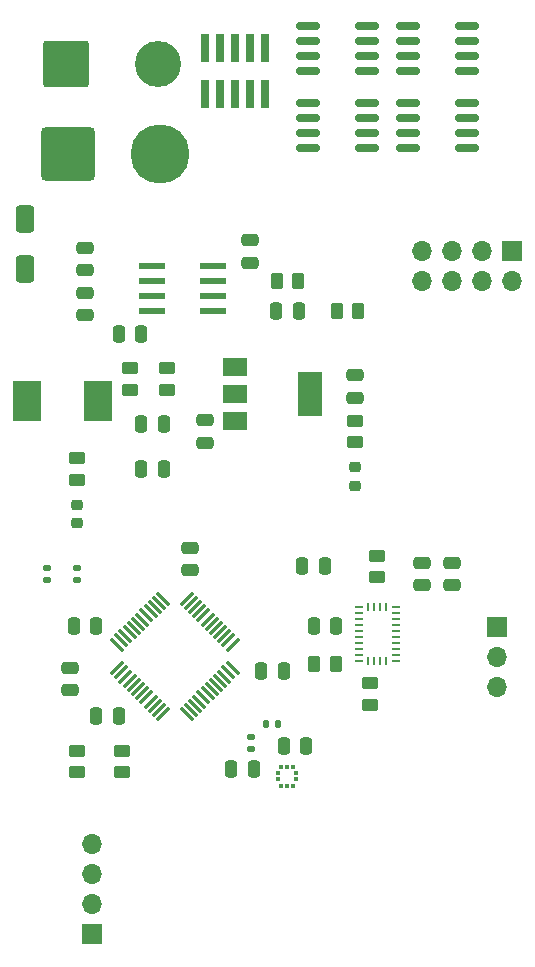
<source format=gts>
%TF.GenerationSoftware,KiCad,Pcbnew,7.0.2*%
%TF.CreationDate,2023-07-26T12:22:01-04:00*%
%TF.ProjectId,avc-computer,6176632d-636f-46d7-9075-7465722e6b69,rev?*%
%TF.SameCoordinates,Original*%
%TF.FileFunction,Soldermask,Top*%
%TF.FilePolarity,Negative*%
%FSLAX46Y46*%
G04 Gerber Fmt 4.6, Leading zero omitted, Abs format (unit mm)*
G04 Created by KiCad (PCBNEW 7.0.2) date 2023-07-26 12:22:01*
%MOMM*%
%LPD*%
G01*
G04 APERTURE LIST*
G04 Aperture macros list*
%AMRoundRect*
0 Rectangle with rounded corners*
0 $1 Rounding radius*
0 $2 $3 $4 $5 $6 $7 $8 $9 X,Y pos of 4 corners*
0 Add a 4 corners polygon primitive as box body*
4,1,4,$2,$3,$4,$5,$6,$7,$8,$9,$2,$3,0*
0 Add four circle primitives for the rounded corners*
1,1,$1+$1,$2,$3*
1,1,$1+$1,$4,$5*
1,1,$1+$1,$6,$7*
1,1,$1+$1,$8,$9*
0 Add four rect primitives between the rounded corners*
20,1,$1+$1,$2,$3,$4,$5,0*
20,1,$1+$1,$4,$5,$6,$7,0*
20,1,$1+$1,$6,$7,$8,$9,0*
20,1,$1+$1,$8,$9,$2,$3,0*%
G04 Aperture macros list end*
%ADD10RoundRect,0.250000X-0.250000X-0.475000X0.250000X-0.475000X0.250000X0.475000X-0.250000X0.475000X0*%
%ADD11R,0.740000X2.400000*%
%ADD12RoundRect,0.250002X-1.699998X-1.699998X1.699998X-1.699998X1.699998X1.699998X-1.699998X1.699998X0*%
%ADD13C,3.900000*%
%ADD14RoundRect,0.250000X0.250000X0.475000X-0.250000X0.475000X-0.250000X-0.475000X0.250000X-0.475000X0*%
%ADD15R,1.700000X1.700000*%
%ADD16O,1.700000X1.700000*%
%ADD17RoundRect,0.250000X0.450000X-0.262500X0.450000X0.262500X-0.450000X0.262500X-0.450000X-0.262500X0*%
%ADD18RoundRect,0.250000X-0.475000X0.250000X-0.475000X-0.250000X0.475000X-0.250000X0.475000X0.250000X0*%
%ADD19RoundRect,0.250000X0.262500X0.450000X-0.262500X0.450000X-0.262500X-0.450000X0.262500X-0.450000X0*%
%ADD20RoundRect,0.135000X0.185000X-0.135000X0.185000X0.135000X-0.185000X0.135000X-0.185000X-0.135000X0*%
%ADD21RoundRect,0.250000X0.475000X-0.250000X0.475000X0.250000X-0.475000X0.250000X-0.475000X-0.250000X0*%
%ADD22RoundRect,0.218750X0.256250X-0.218750X0.256250X0.218750X-0.256250X0.218750X-0.256250X-0.218750X0*%
%ADD23RoundRect,0.250000X-0.450000X0.262500X-0.450000X-0.262500X0.450000X-0.262500X0.450000X0.262500X0*%
%ADD24R,2.200000X0.600000*%
%ADD25RoundRect,0.150000X-0.825000X-0.150000X0.825000X-0.150000X0.825000X0.150000X-0.825000X0.150000X0*%
%ADD26RoundRect,0.294500X0.480500X-0.870500X0.480500X0.870500X-0.480500X0.870500X-0.480500X-0.870500X0*%
%ADD27RoundRect,0.075000X-0.415425X-0.521491X0.521491X0.415425X0.415425X0.521491X-0.521491X-0.415425X0*%
%ADD28RoundRect,0.075000X0.415425X-0.521491X0.521491X-0.415425X-0.415425X0.521491X-0.521491X0.415425X0*%
%ADD29R,2.000000X1.500000*%
%ADD30R,2.000000X3.800000*%
%ADD31R,0.675000X0.250000*%
%ADD32R,0.250000X0.675000*%
%ADD33RoundRect,0.288464X-1.961536X-1.961536X1.961536X-1.961536X1.961536X1.961536X-1.961536X1.961536X0*%
%ADD34C,5.000000*%
%ADD35R,2.350000X3.500000*%
%ADD36RoundRect,0.135000X-0.135000X-0.185000X0.135000X-0.185000X0.135000X0.185000X-0.135000X0.185000X0*%
%ADD37R,0.325000X0.300000*%
%ADD38R,0.300000X0.325000*%
G04 APERTURE END LIST*
D10*
%TO.C,C6*%
X123830000Y-103505000D03*
X125730000Y-103505000D03*
%TD*%
D11*
%TO.C,J1*%
X120650000Y-59645000D03*
X120650000Y-63545000D03*
X119380000Y-59645000D03*
X119380000Y-63545000D03*
X118110000Y-59645000D03*
X118110000Y-63545000D03*
X116840000Y-59645000D03*
X116840000Y-63545000D03*
X115570000Y-59645000D03*
X115570000Y-63545000D03*
%TD*%
D12*
%TO.C,J2*%
X103780000Y-60960000D03*
D13*
X111580000Y-60960000D03*
%TD*%
D14*
%TO.C,C10*%
X110170000Y-83820000D03*
X108270000Y-83820000D03*
%TD*%
D15*
%TO.C,J5*%
X140335000Y-108600000D03*
D16*
X140335000Y-111140000D03*
X140335000Y-113680000D03*
%TD*%
D17*
%TO.C,R8*%
X104775000Y-96162500D03*
X104775000Y-94337500D03*
%TD*%
D18*
%TO.C,C7*%
X136525000Y-103190000D03*
X136525000Y-105090000D03*
%TD*%
D15*
%TO.C,J6*%
X106045000Y-134620000D03*
D16*
X106045000Y-132080000D03*
X106045000Y-129540000D03*
X106045000Y-127000000D03*
%TD*%
D19*
%TO.C,R6*%
X128547500Y-81915000D03*
X126722500Y-81915000D03*
%TD*%
D20*
%TO.C,R2*%
X102235000Y-104650000D03*
X102235000Y-103630000D03*
%TD*%
D14*
%TO.C,C16*%
X112075000Y-95250000D03*
X110175000Y-95250000D03*
%TD*%
D21*
%TO.C,C1*%
X104140000Y-113980000D03*
X104140000Y-112080000D03*
%TD*%
D14*
%TO.C,C15*%
X112075000Y-91440000D03*
X110175000Y-91440000D03*
%TD*%
D22*
%TO.C,D1*%
X128270000Y-96672500D03*
X128270000Y-95097500D03*
%TD*%
D19*
%TO.C,R3*%
X123467500Y-79375000D03*
X121642500Y-79375000D03*
%TD*%
D18*
%TO.C,C11*%
X105410000Y-76520000D03*
X105410000Y-78420000D03*
%TD*%
D23*
%TO.C,R10*%
X129540000Y-113387500D03*
X129540000Y-115212500D03*
%TD*%
D17*
%TO.C,R4*%
X112395000Y-88542500D03*
X112395000Y-86717500D03*
%TD*%
D14*
%TO.C,C14*%
X123505000Y-81915000D03*
X121605000Y-81915000D03*
%TD*%
D18*
%TO.C,C9*%
X133985000Y-103190000D03*
X133985000Y-105090000D03*
%TD*%
D17*
%TO.C,R5*%
X109220000Y-88542500D03*
X109220000Y-86717500D03*
%TD*%
D18*
%TO.C,C12*%
X105410000Y-80330000D03*
X105410000Y-82230000D03*
%TD*%
D19*
%TO.C,R11*%
X126642500Y-111760000D03*
X124817500Y-111760000D03*
%TD*%
D24*
%TO.C,IC1*%
X111065000Y-78105000D03*
X111065000Y-79375000D03*
X111065000Y-80645000D03*
X111065000Y-81915000D03*
X116265000Y-81915000D03*
X116265000Y-80645000D03*
X116265000Y-79375000D03*
X116265000Y-78105000D03*
%TD*%
D25*
%TO.C,U2*%
X132780000Y-64235000D03*
X132780000Y-65505000D03*
X132780000Y-66775000D03*
X132780000Y-68045000D03*
X137730000Y-68045000D03*
X137730000Y-66775000D03*
X137730000Y-65505000D03*
X137730000Y-64235000D03*
%TD*%
D26*
%TO.C,D3*%
X100330000Y-78335000D03*
X100330000Y-74065000D03*
%TD*%
D15*
%TO.C,J7*%
X141605000Y-76835000D03*
D16*
X141605000Y-79375000D03*
X139065000Y-76835000D03*
X139065000Y-79375000D03*
X136525000Y-76835000D03*
X136525000Y-79375000D03*
X133985000Y-76835000D03*
X133985000Y-79375000D03*
%TD*%
D10*
%TO.C,C20*%
X117795000Y-120650000D03*
X119695000Y-120650000D03*
%TD*%
D20*
%TO.C,R1*%
X104775000Y-104650000D03*
X104775000Y-103630000D03*
%TD*%
D27*
%TO.C,U3*%
X108142124Y-112123788D03*
X108495678Y-112477342D03*
X108849231Y-112830895D03*
X109202785Y-113184449D03*
X109556338Y-113538002D03*
X109909891Y-113891555D03*
X110263445Y-114245109D03*
X110616998Y-114598662D03*
X110970551Y-114952215D03*
X111324105Y-115305769D03*
X111677658Y-115659322D03*
X112031212Y-116012876D03*
D28*
X114028788Y-116012876D03*
X114382342Y-115659322D03*
X114735895Y-115305769D03*
X115089449Y-114952215D03*
X115443002Y-114598662D03*
X115796555Y-114245109D03*
X116150109Y-113891555D03*
X116503662Y-113538002D03*
X116857215Y-113184449D03*
X117210769Y-112830895D03*
X117564322Y-112477342D03*
X117917876Y-112123788D03*
D27*
X117917876Y-110126212D03*
X117564322Y-109772658D03*
X117210769Y-109419105D03*
X116857215Y-109065551D03*
X116503662Y-108711998D03*
X116150109Y-108358445D03*
X115796555Y-108004891D03*
X115443002Y-107651338D03*
X115089449Y-107297785D03*
X114735895Y-106944231D03*
X114382342Y-106590678D03*
X114028788Y-106237124D03*
D28*
X112031212Y-106237124D03*
X111677658Y-106590678D03*
X111324105Y-106944231D03*
X110970551Y-107297785D03*
X110616998Y-107651338D03*
X110263445Y-108004891D03*
X109909891Y-108358445D03*
X109556338Y-108711998D03*
X109202785Y-109065551D03*
X108849231Y-109419105D03*
X108495678Y-109772658D03*
X108142124Y-110126212D03*
%TD*%
D17*
%TO.C,R12*%
X130175000Y-104417500D03*
X130175000Y-102592500D03*
%TD*%
D14*
%TO.C,C2*%
X122235000Y-112395000D03*
X120335000Y-112395000D03*
%TD*%
D25*
%TO.C,U6*%
X124330000Y-64235000D03*
X124330000Y-65505000D03*
X124330000Y-66775000D03*
X124330000Y-68045000D03*
X129280000Y-68045000D03*
X129280000Y-66775000D03*
X129280000Y-65505000D03*
X129280000Y-64235000D03*
%TD*%
D29*
%TO.C,U7*%
X118135000Y-86600000D03*
X118135000Y-88900000D03*
D30*
X124435000Y-88900000D03*
D29*
X118135000Y-91200000D03*
%TD*%
D21*
%TO.C,C18*%
X128270000Y-89215000D03*
X128270000Y-87315000D03*
%TD*%
D31*
%TO.C,U4*%
X131737500Y-106970000D03*
D32*
X130925000Y-106957500D03*
X130425000Y-106957500D03*
X129925000Y-106957500D03*
X129425000Y-106957500D03*
D31*
X128612500Y-106970000D03*
X128612500Y-107470000D03*
X128612500Y-107970000D03*
X128612500Y-108470000D03*
X128612500Y-108970000D03*
X128612500Y-109470000D03*
X128612500Y-109970000D03*
X128612500Y-110470000D03*
X128612500Y-110970000D03*
X128612500Y-111470000D03*
D32*
X129425000Y-111482500D03*
X129925000Y-111482500D03*
X130425000Y-111482500D03*
X130925000Y-111482500D03*
D31*
X131737500Y-111470000D03*
X131737500Y-110970000D03*
X131737500Y-110470000D03*
X131737500Y-109970000D03*
X131737500Y-109470000D03*
X131737500Y-108966000D03*
X131737500Y-108458000D03*
X131737500Y-107950000D03*
X131737500Y-107470000D03*
%TD*%
D22*
%TO.C,D2*%
X104775000Y-99847500D03*
X104775000Y-98272500D03*
%TD*%
D23*
%TO.C,R9*%
X104775000Y-119102500D03*
X104775000Y-120927500D03*
%TD*%
D25*
%TO.C,U5*%
X124330000Y-57785000D03*
X124330000Y-59055000D03*
X124330000Y-60325000D03*
X124330000Y-61595000D03*
X129280000Y-61595000D03*
X129280000Y-60325000D03*
X129280000Y-59055000D03*
X129280000Y-57785000D03*
%TD*%
D33*
%TO.C,J4*%
X103960000Y-68580000D03*
D34*
X111760000Y-68580000D03*
%TD*%
D20*
%TO.C,R14*%
X119458458Y-118993149D03*
X119458458Y-117973149D03*
%TD*%
D35*
%TO.C,L1*%
X100480000Y-89535000D03*
X106530000Y-89535000D03*
%TD*%
D18*
%TO.C,C3*%
X114300000Y-101920000D03*
X114300000Y-103820000D03*
%TD*%
D23*
%TO.C,R13*%
X108585000Y-119102500D03*
X108585000Y-120927500D03*
%TD*%
D10*
%TO.C,C5*%
X106365000Y-116205000D03*
X108265000Y-116205000D03*
%TD*%
D18*
%TO.C,C17*%
X115570000Y-91125000D03*
X115570000Y-93025000D03*
%TD*%
D10*
%TO.C,C4*%
X104460000Y-108585000D03*
X106360000Y-108585000D03*
%TD*%
%TO.C,C8*%
X124780000Y-108585000D03*
X126680000Y-108585000D03*
%TD*%
D14*
%TO.C,C19*%
X124140000Y-118745000D03*
X122240000Y-118745000D03*
%TD*%
D36*
%TO.C,R15*%
X120775000Y-116840000D03*
X121795000Y-116840000D03*
%TD*%
D17*
%TO.C,R7*%
X128270000Y-92987500D03*
X128270000Y-91162500D03*
%TD*%
D37*
%TO.C,U8*%
X121805000Y-121035000D03*
X121805000Y-121535000D03*
D38*
X122055000Y-122060000D03*
X122555000Y-122060000D03*
X123055000Y-122060000D03*
D37*
X123305000Y-121535000D03*
X123305000Y-121035000D03*
X123055000Y-120510000D03*
X122555000Y-120510000D03*
X122055000Y-120510000D03*
%TD*%
D18*
%TO.C,C13*%
X119380000Y-75885000D03*
X119380000Y-77785000D03*
%TD*%
D25*
%TO.C,U1*%
X132780000Y-57785000D03*
X132780000Y-59055000D03*
X132780000Y-60325000D03*
X132780000Y-61595000D03*
X137730000Y-61595000D03*
X137730000Y-60325000D03*
X137730000Y-59055000D03*
X137730000Y-57785000D03*
%TD*%
M02*

</source>
